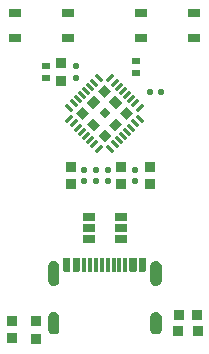
<source format=gtp>
G04*
G04 #@! TF.GenerationSoftware,Altium Limited,Altium Designer,23.4.1 (23)*
G04*
G04 Layer_Color=8421504*
%FSLAX44Y44*%
%MOMM*%
G71*
G04*
G04 #@! TF.SameCoordinates,DEFA907D-C73D-477E-9BAD-7C3FCEA48035*
G04*
G04*
G04 #@! TF.FilePolarity,Positive*
G04*
G01*
G75*
%ADD15R,0.3000X1.1500*%
%ADD16R,0.6000X1.1500*%
%ADD17R,0.9906X0.7112*%
G04:AMPARAMS|DCode=18|XSize=0.5mm|YSize=0.6mm|CornerRadius=0.0375mm|HoleSize=0mm|Usage=FLASHONLY|Rotation=270.000|XOffset=0mm|YOffset=0mm|HoleType=Round|Shape=RoundedRectangle|*
%AMROUNDEDRECTD18*
21,1,0.5000,0.5250,0,0,270.0*
21,1,0.4250,0.6000,0,0,270.0*
1,1,0.0750,-0.2625,-0.2125*
1,1,0.0750,-0.2625,0.2125*
1,1,0.0750,0.2625,0.2125*
1,1,0.0750,0.2625,-0.2125*
%
%ADD18ROUNDEDRECTD18*%
G04:AMPARAMS|DCode=19|XSize=0.8mm|YSize=0.9mm|CornerRadius=0.06mm|HoleSize=0mm|Usage=FLASHONLY|Rotation=270.000|XOffset=0mm|YOffset=0mm|HoleType=Round|Shape=RoundedRectangle|*
%AMROUNDEDRECTD19*
21,1,0.8000,0.7800,0,0,270.0*
21,1,0.6800,0.9000,0,0,270.0*
1,1,0.1200,-0.3900,-0.3400*
1,1,0.1200,-0.3900,0.3400*
1,1,0.1200,0.3900,0.3400*
1,1,0.1200,0.3900,-0.3400*
%
%ADD19ROUNDEDRECTD19*%
G04:AMPARAMS|DCode=20|XSize=0.5mm|YSize=0.5mm|CornerRadius=0.0625mm|HoleSize=0mm|Usage=FLASHONLY|Rotation=270.000|XOffset=0mm|YOffset=0mm|HoleType=Round|Shape=RoundedRectangle|*
%AMROUNDEDRECTD20*
21,1,0.5000,0.3750,0,0,270.0*
21,1,0.3750,0.5000,0,0,270.0*
1,1,0.1250,-0.1875,-0.1875*
1,1,0.1250,-0.1875,0.1875*
1,1,0.1250,0.1875,0.1875*
1,1,0.1250,0.1875,-0.1875*
%
%ADD20ROUNDEDRECTD20*%
G04:AMPARAMS|DCode=21|XSize=0.5mm|YSize=0.5mm|CornerRadius=0.0625mm|HoleSize=0mm|Usage=FLASHONLY|Rotation=180.000|XOffset=0mm|YOffset=0mm|HoleType=Round|Shape=RoundedRectangle|*
%AMROUNDEDRECTD21*
21,1,0.5000,0.3750,0,0,180.0*
21,1,0.3750,0.5000,0,0,180.0*
1,1,0.1250,-0.1875,0.1875*
1,1,0.1250,0.1875,0.1875*
1,1,0.1250,0.1875,-0.1875*
1,1,0.1250,-0.1875,-0.1875*
%
%ADD21ROUNDEDRECTD21*%
G04:AMPARAMS|DCode=22|XSize=0.6mm|YSize=1.1mm|CornerRadius=0.045mm|HoleSize=0mm|Usage=FLASHONLY|Rotation=270.000|XOffset=0mm|YOffset=0mm|HoleType=Round|Shape=RoundedRectangle|*
%AMROUNDEDRECTD22*
21,1,0.6000,1.0100,0,0,270.0*
21,1,0.5100,1.1000,0,0,270.0*
1,1,0.0900,-0.5050,-0.2550*
1,1,0.0900,-0.5050,0.2550*
1,1,0.0900,0.5050,0.2550*
1,1,0.0900,0.5050,-0.2550*
%
%ADD22ROUNDEDRECTD22*%
G04:AMPARAMS|DCode=23|XSize=0.8mm|YSize=0.9mm|CornerRadius=0.06mm|HoleSize=0mm|Usage=FLASHONLY|Rotation=0.000|XOffset=0mm|YOffset=0mm|HoleType=Round|Shape=RoundedRectangle|*
%AMROUNDEDRECTD23*
21,1,0.8000,0.7800,0,0,0.0*
21,1,0.6800,0.9000,0,0,0.0*
1,1,0.1200,0.3400,-0.3900*
1,1,0.1200,-0.3400,-0.3900*
1,1,0.1200,-0.3400,0.3900*
1,1,0.1200,0.3400,0.3900*
%
%ADD23ROUNDEDRECTD23*%
G04:AMPARAMS|DCode=24|XSize=0.9mm|YSize=0.8mm|CornerRadius=0.06mm|HoleSize=0mm|Usage=FLASHONLY|Rotation=180.000|XOffset=0mm|YOffset=0mm|HoleType=Round|Shape=RoundedRectangle|*
%AMROUNDEDRECTD24*
21,1,0.9000,0.6800,0,0,180.0*
21,1,0.7800,0.8000,0,0,180.0*
1,1,0.1200,-0.3900,0.3400*
1,1,0.1200,0.3900,0.3400*
1,1,0.1200,0.3900,-0.3400*
1,1,0.1200,-0.3900,-0.3400*
%
%ADD24ROUNDEDRECTD24*%
G04:AMPARAMS|DCode=25|XSize=0.27mm|YSize=0.81mm|CornerRadius=0.0338mm|HoleSize=0mm|Usage=FLASHONLY|Rotation=135.000|XOffset=0mm|YOffset=0mm|HoleType=Round|Shape=RoundedRectangle|*
%AMROUNDEDRECTD25*
21,1,0.2700,0.7425,0,0,135.0*
21,1,0.2025,0.8100,0,0,135.0*
1,1,0.0675,0.1909,0.3341*
1,1,0.0675,0.3341,0.1909*
1,1,0.0675,-0.1909,-0.3341*
1,1,0.0675,-0.3341,-0.1909*
%
%ADD25ROUNDEDRECTD25*%
G04:AMPARAMS|DCode=26|XSize=0.81mm|YSize=0.27mm|CornerRadius=0.0338mm|HoleSize=0mm|Usage=FLASHONLY|Rotation=135.000|XOffset=0mm|YOffset=0mm|HoleType=Round|Shape=RoundedRectangle|*
%AMROUNDEDRECTD26*
21,1,0.8100,0.2025,0,0,135.0*
21,1,0.7425,0.2700,0,0,135.0*
1,1,0.0675,-0.1909,0.3341*
1,1,0.0675,0.3341,-0.1909*
1,1,0.0675,0.1909,-0.3341*
1,1,0.0675,-0.3341,0.1909*
%
%ADD26ROUNDEDRECTD26*%
%ADD27P,0.9900X4X180.0*%
G36*
X5173Y222329D02*
X-130Y217026D01*
X-5433Y222329D01*
X-130Y227632D01*
X5173Y222329D01*
D02*
G37*
G36*
X15072Y212430D02*
X9769Y207126D01*
X3405Y213490D01*
X8709Y218794D01*
X15072Y212430D01*
D02*
G37*
G36*
X-3666Y213490D02*
X-10030Y207126D01*
X-15333Y212430D01*
X-8969Y218794D01*
X-3666Y213490D01*
D02*
G37*
G36*
X23911Y203591D02*
X18608Y198288D01*
X13305Y203591D01*
X18608Y208894D01*
X23911Y203591D01*
D02*
G37*
G36*
X-13565D02*
X-18869Y198288D01*
X-24172Y203591D01*
X-18869Y208894D01*
X-13565Y203591D01*
D02*
G37*
G36*
X15072Y194752D02*
X8709Y188388D01*
X3405Y193691D01*
X9769Y200055D01*
X15072Y194752D01*
D02*
G37*
G36*
X-3666Y193691D02*
X-8969Y188388D01*
X-15333Y194752D01*
X-10030Y200055D01*
X-3666Y193691D01*
D02*
G37*
G36*
X5173Y184852D02*
X-130Y179549D01*
X-5433Y184852D01*
X-130Y190156D01*
X5173Y184852D01*
D02*
G37*
G36*
X35000Y69864D02*
X29000D01*
Y81364D01*
X35000D01*
Y69864D01*
D02*
G37*
G36*
X27000D02*
X21000D01*
Y81364D01*
X27000D01*
Y69864D01*
D02*
G37*
G36*
X19000D02*
X15999D01*
Y81364D01*
X19000D01*
Y69864D01*
D02*
G37*
G36*
X14000D02*
X11000D01*
Y81364D01*
X14000D01*
Y69864D01*
D02*
G37*
G36*
X9000D02*
X6000D01*
Y81364D01*
X9000D01*
Y69864D01*
D02*
G37*
G36*
X4001D02*
X1001D01*
Y81364D01*
X4001D01*
Y69864D01*
D02*
G37*
G36*
X-999D02*
X-3999D01*
Y81364D01*
X-999D01*
Y69864D01*
D02*
G37*
G36*
X-5999D02*
X-8999D01*
Y81364D01*
X-5999D01*
Y69864D01*
D02*
G37*
G36*
X-10999D02*
X-13999D01*
Y81364D01*
X-10999D01*
Y69864D01*
D02*
G37*
G36*
X-15999D02*
X-18999D01*
Y81364D01*
X-15999D01*
Y69864D01*
D02*
G37*
G36*
X-21000D02*
X-27000D01*
Y81364D01*
X-21000D01*
Y69864D01*
D02*
G37*
G36*
X-29000D02*
X-35000D01*
Y81364D01*
X-29000D01*
Y69864D01*
D02*
G37*
G36*
X46082Y77724D02*
X47489Y76318D01*
X48250Y74480D01*
Y73486D01*
Y62485D01*
Y61491D01*
X47489Y59653D01*
X46082Y58247D01*
X44244Y57485D01*
X42255D01*
X40418Y58247D01*
X39011Y59653D01*
X38250Y61491D01*
Y62485D01*
Y73486D01*
Y74480D01*
X39011Y76318D01*
X40418Y77724D01*
X42255Y78486D01*
X44244D01*
X46082Y77724D01*
D02*
G37*
G36*
X-40418D02*
X-39011Y76318D01*
X-38250Y74480D01*
Y73486D01*
Y62485D01*
Y61491D01*
X-39011Y59653D01*
X-40418Y58247D01*
X-42255Y57485D01*
X-44244D01*
X-46082Y58247D01*
X-47489Y59653D01*
X-48250Y61491D01*
Y62485D01*
Y73486D01*
Y74480D01*
X-47489Y76318D01*
X-46082Y77724D01*
X-44244Y78486D01*
X-42255D01*
X-40418Y77724D01*
D02*
G37*
G36*
X46082Y34726D02*
X47489Y33319D01*
X48250Y31481D01*
Y30487D01*
Y21487D01*
Y20492D01*
X47489Y18654D01*
X46082Y17248D01*
X44244Y16487D01*
X42255D01*
X40418Y17248D01*
X39011Y18654D01*
X38250Y20492D01*
Y21487D01*
Y30487D01*
Y31481D01*
X39011Y33319D01*
X40418Y34726D01*
X42255Y35487D01*
X44244D01*
X46082Y34726D01*
D02*
G37*
G36*
X-40418D02*
X-39011Y33319D01*
X-38250Y31481D01*
Y30487D01*
Y21487D01*
Y20492D01*
X-39011Y18654D01*
X-40418Y17248D01*
X-42255Y16487D01*
X-44244D01*
X-46082Y17248D01*
X-47489Y18654D01*
X-48250Y20492D01*
Y21487D01*
Y30487D01*
Y31481D01*
X-47489Y33319D01*
X-46082Y34726D01*
X-44244Y35487D01*
X-42255D01*
X-40418Y34726D01*
D02*
G37*
D15*
X17500Y75614D02*
D03*
X-17501D02*
D03*
X-12499D02*
D03*
X-7500D02*
D03*
X-2499D02*
D03*
X2500D02*
D03*
X7501D02*
D03*
X12499D02*
D03*
D16*
X-31999D02*
D03*
X-24001D02*
D03*
X24000D02*
D03*
X31999D02*
D03*
D17*
X30840Y288880D02*
D03*
X75840D02*
D03*
X30840Y267380D02*
D03*
X75840D02*
D03*
X-75840Y288880D02*
D03*
X-30840D02*
D03*
X-75840Y267380D02*
D03*
X-30840D02*
D03*
D18*
X-49530Y243680D02*
D03*
Y233680D02*
D03*
X26670Y247650D02*
D03*
Y237650D02*
D03*
D19*
X-36830Y246260D02*
D03*
Y231260D02*
D03*
X14010Y143630D02*
D03*
Y158630D02*
D03*
X-28670Y143630D02*
D03*
Y158630D02*
D03*
X38100Y143630D02*
D03*
Y158630D02*
D03*
X-78740Y28130D02*
D03*
Y13130D02*
D03*
X-58419Y27709D02*
D03*
Y12709D02*
D03*
D20*
X-24130Y243760D02*
D03*
Y233760D02*
D03*
X25440Y146130D02*
D03*
Y156130D02*
D03*
X2580D02*
D03*
Y146130D02*
D03*
X-7080Y156130D02*
D03*
Y146130D02*
D03*
X-17240Y156130D02*
D03*
Y146130D02*
D03*
D21*
X48100Y221930D02*
D03*
X38100D02*
D03*
D22*
X13500Y97180D02*
D03*
Y106680D02*
D03*
Y116180D02*
D03*
X-13500D02*
D03*
Y106680D02*
D03*
Y97180D02*
D03*
D23*
X62890Y33020D02*
D03*
X77890D02*
D03*
D24*
X78890Y19050D02*
D03*
X61890D02*
D03*
D25*
X29568Y208540D02*
D03*
X26033Y212076D02*
D03*
X22497Y215612D02*
D03*
X18962Y219147D02*
D03*
X15426Y222683D02*
D03*
X11891Y226218D02*
D03*
X8355Y229754D02*
D03*
X4820Y233289D02*
D03*
X-29829Y198641D02*
D03*
X-26293Y195105D02*
D03*
X-22758Y191570D02*
D03*
X-19222Y188034D02*
D03*
X-15687Y184499D02*
D03*
X-12151Y180963D02*
D03*
X-8615Y177428D02*
D03*
X-5080Y173892D02*
D03*
D26*
X4820D02*
D03*
X8355Y177428D02*
D03*
X11891Y180963D02*
D03*
X15426Y184499D02*
D03*
X18962Y188034D02*
D03*
X22497Y191570D02*
D03*
X26033Y195105D02*
D03*
X29568Y198641D02*
D03*
X-5080Y233289D02*
D03*
X-8615Y229754D02*
D03*
X-12151Y226218D02*
D03*
X-15687Y222683D02*
D03*
X-19222Y219147D02*
D03*
X-22758Y215612D02*
D03*
X-26293Y212076D02*
D03*
X-29829Y208540D02*
D03*
D27*
X-130Y203591D02*
D03*
M02*

</source>
